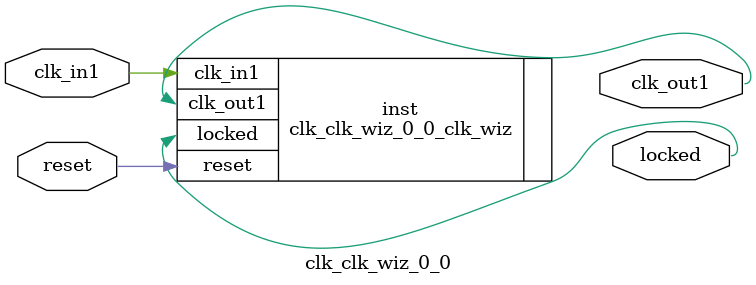
<source format=v>


`timescale 1ps/1ps

(* CORE_GENERATION_INFO = "clk_clk_wiz_0_0,clk_wiz_v5_3_3_0,{component_name=clk_clk_wiz_0_0,use_phase_alignment=true,use_min_o_jitter=false,use_max_i_jitter=false,use_dyn_phase_shift=false,use_inclk_switchover=false,use_dyn_reconfig=false,enable_axi=0,feedback_source=FDBK_AUTO,PRIMITIVE=MMCM,num_out_clk=1,clkin1_period=10.0,clkin2_period=10.0,use_power_down=false,use_reset=true,use_locked=true,use_inclk_stopped=false,feedback_type=SINGLE,CLOCK_MGR_TYPE=NA,manual_override=false}" *)

module clk_clk_wiz_0_0 
 (
  // Clock out ports
  output        clk_out1,
  // Status and control signals
  input         reset,
  output        locked,
 // Clock in ports
  input         clk_in1
 );

  clk_clk_wiz_0_0_clk_wiz inst
  (
  // Clock out ports  
  .clk_out1(clk_out1),
  // Status and control signals               
  .reset(reset), 
  .locked(locked),
 // Clock in ports
  .clk_in1(clk_in1)
  );

endmodule

</source>
